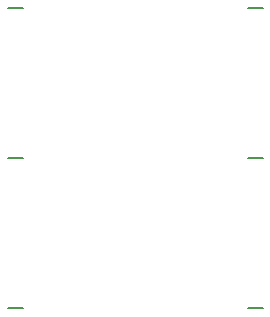
<source format=gbo>
G75*
%MOIN*%
%OFA0B0*%
%FSLAX25Y25*%
%IPPOS*%
%LPD*%
%AMOC8*
5,1,8,0,0,1.08239X$1,22.5*
%
%ADD10C,0.00800*%
D10*
X0051500Y0044925D02*
X0056500Y0044925D01*
X0056500Y0094925D02*
X0051500Y0094925D01*
X0051500Y0144925D02*
X0056500Y0144925D01*
X0131500Y0144925D02*
X0136500Y0144925D01*
X0136500Y0094925D02*
X0131500Y0094925D01*
X0131500Y0044925D02*
X0136500Y0044925D01*
M02*

</source>
